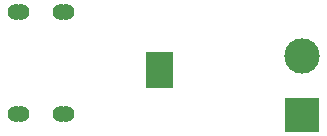
<source format=gbr>
%TF.GenerationSoftware,KiCad,Pcbnew,8.0.2*%
%TF.CreationDate,2024-12-05T16:11:27+05:30*%
%TF.ProjectId,USB PD,55534220-5044-42e6-9b69-6361645f7063,rev?*%
%TF.SameCoordinates,Original*%
%TF.FileFunction,Soldermask,Bot*%
%TF.FilePolarity,Negative*%
%FSLAX46Y46*%
G04 Gerber Fmt 4.6, Leading zero omitted, Abs format (unit mm)*
G04 Created by KiCad (PCBNEW 8.0.2) date 2024-12-05 16:11:27*
%MOMM*%
%LPD*%
G01*
G04 APERTURE LIST*
%ADD10C,1.400000*%
%ADD11C,3.000000*%
%ADD12R,3.000000X3.000000*%
%ADD13R,1.150000X1.600000*%
G04 APERTURE END LIST*
D10*
%TO.C,J1*%
X86057500Y-86485000D03*
X85657500Y-95125000D03*
X86057500Y-95125000D03*
X89857500Y-95125000D03*
X89457500Y-95125000D03*
X89457500Y-86485000D03*
X85657500Y-86485000D03*
X89857500Y-86485000D03*
%TD*%
D11*
%TO.C,J2*%
X109855000Y-90250000D03*
D12*
X109855000Y-95250000D03*
%TD*%
D13*
%TO.C,U1*%
X97215000Y-90640000D03*
X97215000Y-92240000D03*
X98365000Y-90640000D03*
X98365000Y-92240000D03*
%TD*%
M02*

</source>
